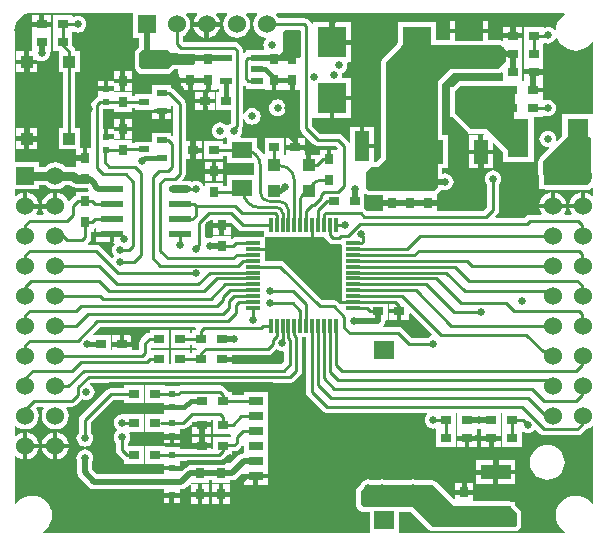
<source format=gbl>
%FSLAX25Y25*%
%MOIN*%
G70*
G01*
G75*
G04 Layer_Physical_Order=4*
G04 Layer_Color=16711680*
%ADD10R,0.02000X0.02500*%
%ADD11R,0.02500X0.02000*%
%ADD12R,0.02200X0.03300*%
%ADD13R,0.03500X0.03000*%
%ADD14R,0.03000X0.03500*%
%ADD15R,0.02362X0.02756*%
%ADD16R,0.01575X0.03937*%
%ADD17R,0.07874X0.03937*%
%ADD18R,0.11811X0.04213*%
%ADD19R,0.08661X0.04134*%
%ADD20R,0.04331X0.03937*%
%ADD21R,0.03937X0.04331*%
%ADD22R,0.04134X0.08661*%
%ADD23R,0.37008X0.27559*%
%ADD24O,0.02362X0.07087*%
%ADD25O,0.07087X0.02362*%
%ADD26R,0.01969X0.02362*%
%ADD27C,0.01200*%
%ADD28C,0.01000*%
%ADD29C,0.02000*%
%ADD30C,0.00600*%
%ADD31C,0.01500*%
%ADD32C,0.01300*%
%ADD33C,0.04000*%
%ADD34C,0.06000*%
%ADD35R,0.06000X0.06000*%
%ADD36R,0.06000X0.06000*%
%ADD37C,0.02500*%
%ADD38C,0.03000*%
%ADD39O,0.07600X0.02400*%
%ADD40R,0.07600X0.02400*%
%ADD41R,0.04724X0.01181*%
%ADD42R,0.01181X0.04724*%
%ADD43R,0.03937X0.02362*%
%ADD44R,0.03937X0.03937*%
%ADD45R,0.09449X0.10236*%
%ADD46R,0.07087X0.12992*%
%ADD47R,0.03937X0.03937*%
%ADD48R,0.03937X0.03937*%
%ADD49R,0.04921X0.07874*%
%ADD50R,0.09449X0.07087*%
%ADD51R,0.09843X0.04724*%
%ADD52R,0.04724X0.09843*%
%ADD53R,0.07087X0.05512*%
%ADD54R,0.02362X0.01969*%
%ADD55R,0.03300X0.02200*%
%ADD56R,0.05118X0.03150*%
%ADD57R,0.06693X0.05906*%
%ADD58C,0.01100*%
%ADD59C,0.07000*%
G36*
X20266Y117955D02*
X20893Y117474D01*
X21622Y117172D01*
X22406Y117069D01*
X22437D01*
Y116844D01*
X26401D01*
X26445Y116624D01*
X26735Y116191D01*
X26499Y115750D01*
X22500D01*
Y114440D01*
X22220Y114384D01*
X21558Y113942D01*
X20175Y112559D01*
X19685Y112656D01*
X19431Y113269D01*
X18709Y114209D01*
X17769Y114931D01*
X16675Y115384D01*
X16250Y115440D01*
Y110999D01*
X15501D01*
Y110250D01*
X11060D01*
X11116Y109825D01*
X11569Y108731D01*
X11756Y108488D01*
X11535Y108039D01*
X9465D01*
X9244Y108488D01*
X9431Y108731D01*
X9884Y109825D01*
X9940Y110250D01*
X5499D01*
Y110999D01*
X4750D01*
Y115440D01*
X4325Y115384D01*
X3231Y114931D01*
X2386Y114282D01*
X1937Y114504D01*
Y116500D01*
X10000D01*
Y117974D01*
X12150D01*
X12291Y117791D01*
X13231Y117069D01*
X14325Y116616D01*
X15500Y116461D01*
X16675Y116616D01*
X17769Y117069D01*
X18709Y117791D01*
X18850Y117974D01*
X20247D01*
X20266Y117955D01*
D02*
G37*
G36*
X194200Y133300D02*
Y119200D01*
X192800Y117800D01*
X179600D01*
X178300Y119100D01*
X178100Y123900D01*
Y125800D01*
X186100Y133800D01*
X193700D01*
X194200Y133300D01*
D02*
G37*
G36*
X119119Y114919D02*
X119615Y114587D01*
X120200Y114471D01*
X124843D01*
Y112750D01*
X127843D01*
Y111250D01*
X124843D01*
Y109339D01*
X119387D01*
X118784Y109942D01*
X118593Y110070D01*
Y114791D01*
X119054Y114983D01*
X119119Y114919D01*
D02*
G37*
G36*
X165700Y163000D02*
Y159200D01*
X163500Y157000D01*
X163200Y156700D01*
X147400D01*
X143500Y152800D01*
X143000Y152300D01*
Y117200D01*
X141800Y116000D01*
X120200D01*
X119200Y117000D01*
Y117200D01*
Y122400D01*
X119500Y122700D01*
X120900Y124100D01*
X123200D01*
X125700Y126600D01*
Y159100D01*
X130600Y164000D01*
X131200Y164600D01*
X164100D01*
X165700Y163000D01*
D02*
G37*
G36*
X54898Y144155D02*
Y134622D01*
X54516Y134418D01*
X54087Y134675D01*
Y135400D01*
X47787D01*
Y132400D01*
X41987D01*
Y131839D01*
X40937D01*
Y132844D01*
X35118D01*
Y133288D01*
X32436D01*
Y134037D01*
X31687D01*
Y136522D01*
X31476D01*
Y143110D01*
X34937D01*
Y142344D01*
X40937D01*
Y143555D01*
X41987D01*
Y142994D01*
X47787D01*
Y142994D01*
X48287D01*
Y143344D01*
X54087D01*
Y144313D01*
X54549Y144504D01*
X54898Y144155D01*
D02*
G37*
G36*
X95250Y149750D02*
X97144D01*
Y136817D01*
X97299Y136036D01*
X97742Y135375D01*
X101557Y131559D01*
X102219Y131117D01*
X102999Y130962D01*
X108879D01*
X109629Y130212D01*
X109437Y129750D01*
X107592D01*
Y126499D01*
X106093D01*
Y129750D01*
X103842D01*
Y127926D01*
X103423D01*
Y127926D01*
X100704D01*
Y124457D01*
X99204D01*
Y127926D01*
X98787D01*
Y129750D01*
X92287D01*
Y127926D01*
X92005D01*
Y127926D01*
X91787Y127926D01*
Y133500D01*
X85287D01*
Y128322D01*
X84802Y128200D01*
X84691Y128408D01*
X83816Y129474D01*
X82886Y130237D01*
Y133756D01*
X77310D01*
X77088Y134204D01*
X77402Y134613D01*
X77679Y135282D01*
X77774Y136000D01*
X77713Y136463D01*
X77884Y136720D01*
X78039Y137500D01*
Y139963D01*
X78530Y140061D01*
X78798Y139413D01*
X79239Y138839D01*
X79813Y138398D01*
X80482Y138121D01*
X81200Y138026D01*
X81918Y138121D01*
X82587Y138398D01*
X83161Y138839D01*
X83602Y139413D01*
X83879Y140082D01*
X83974Y140800D01*
X83879Y141518D01*
X83602Y142187D01*
X83161Y142761D01*
X82587Y143202D01*
X81918Y143479D01*
X81200Y143574D01*
X80482Y143479D01*
X79813Y143202D01*
X79239Y142761D01*
X78798Y142187D01*
X78530Y141539D01*
X78039Y141637D01*
Y150961D01*
X78480Y151196D01*
X78695Y151053D01*
X78960Y150876D01*
X79150Y150838D01*
Y150079D01*
X85500D01*
Y149750D01*
X87750D01*
Y153001D01*
X89250D01*
Y149750D01*
X93750D01*
Y153001D01*
X95250D01*
Y149750D01*
D02*
G37*
G36*
X168400Y149300D02*
Y145600D01*
Y129900D01*
X168938Y129362D01*
X168747Y128900D01*
X167000D01*
X164100Y131800D01*
X159400Y136500D01*
X154100D01*
X152700Y137900D01*
X148800Y141800D01*
Y149300D01*
X150500Y151000D01*
X166700D01*
X168400Y149300D01*
D02*
G37*
G36*
X7874Y175228D02*
X41500D01*
Y167000D01*
X43451D01*
Y164103D01*
X43419Y164081D01*
X42419Y163081D01*
X42087Y162585D01*
X41971Y162000D01*
Y157500D01*
X42087Y156915D01*
X42419Y156419D01*
X43419Y155419D01*
X43915Y155087D01*
X44500Y154971D01*
X53000D01*
X53585Y155087D01*
X54081Y155419D01*
X55133Y156471D01*
X56327D01*
X56426Y155463D01*
X56758Y154370D01*
X57297Y153362D01*
X57500Y153114D01*
Y153114D01*
X58021Y152479D01*
X58300Y152250D01*
X57500D01*
Y149750D01*
X59750D01*
Y151302D01*
X59912Y151215D01*
X61006Y150884D01*
X61250Y150860D01*
Y149750D01*
X65750D01*
Y152057D01*
X66264Y152479D01*
X66692Y153001D01*
X67250D01*
Y149750D01*
X69500D01*
Y150079D01*
X70206D01*
Y149000D01*
X69250D01*
Y143000D01*
X73961D01*
Y138546D01*
X73613Y138402D01*
X73039Y137961D01*
X73000Y137911D01*
X72500D01*
X72461Y137961D01*
X71887Y138402D01*
X71218Y138679D01*
X70500Y138774D01*
X69782Y138679D01*
X69113Y138402D01*
X68539Y137961D01*
X68098Y137387D01*
X67821Y136718D01*
X67726Y136000D01*
X67821Y135282D01*
X68098Y134613D01*
X68539Y134039D01*
X69113Y133598D01*
X69782Y133321D01*
X70500Y133226D01*
X71218Y133321D01*
X71887Y133598D01*
X72351Y133954D01*
X72799Y133733D01*
Y131539D01*
X71592D01*
Y132500D01*
X65092D01*
Y126500D01*
X71592D01*
Y127461D01*
X72799D01*
Y125244D01*
X81720D01*
X81812Y124544D01*
X81803Y124500D01*
Y121158D01*
X72799D01*
Y117539D01*
X71500D01*
Y118750D01*
X65500D01*
Y117725D01*
X65010Y117627D01*
X64902Y117887D01*
X64461Y118461D01*
X63887Y118902D01*
X63218Y119179D01*
X62500Y119274D01*
X61782Y119179D01*
X61113Y118902D01*
X61009Y118822D01*
X60962Y118858D01*
X60305Y119131D01*
X59600Y119223D01*
X58103D01*
X57912Y119685D01*
X58379Y120153D01*
X58821Y120814D01*
X58976Y121595D01*
Y126500D01*
X60593D01*
Y129499D01*
Y132500D01*
X58976D01*
Y145000D01*
X58821Y145780D01*
X58379Y146442D01*
X54784Y150036D01*
X54123Y150478D01*
X54087Y150486D01*
Y151195D01*
X47787D01*
Y148195D01*
X41987D01*
Y147634D01*
X40937D01*
Y148845D01*
X35118D01*
Y149288D01*
X29756D01*
Y147554D01*
Y147498D01*
X29657Y147478D01*
X28995Y147036D01*
X27995Y146036D01*
X27553Y145375D01*
X27398Y144595D01*
Y130344D01*
X26187D01*
Y127094D01*
X25438D01*
Y126345D01*
X22437D01*
Y124282D01*
X22061Y123952D01*
X21500Y124026D01*
X18850D01*
X18709Y124209D01*
X17769Y124931D01*
X16675Y125384D01*
X15500Y125539D01*
X14325Y125384D01*
X13231Y124931D01*
X12291Y124209D01*
X12150Y124026D01*
X10000D01*
Y125500D01*
X1937D01*
Y169291D01*
X1927Y169345D01*
X2036Y170453D01*
X2375Y171569D01*
X2925Y172599D01*
X3665Y173501D01*
X4567Y174241D01*
X5596Y174791D01*
X6713Y175130D01*
X7821Y175239D01*
X7874Y175228D01*
D02*
G37*
G36*
X89240Y63332D02*
X89815Y62891D01*
X90484Y62614D01*
X91202Y62519D01*
X91485Y62557D01*
X91861Y62227D01*
Y59245D01*
X90755Y58139D01*
X74450D01*
Y59250D01*
X71199D01*
Y60750D01*
X74450D01*
Y61261D01*
X86300D01*
X87080Y61416D01*
X87742Y61858D01*
Y61858D01*
X87742D01*
Y61858D01*
Y61858D01*
Y61858D01*
X87742D01*
X89217Y63333D01*
X89240Y63332D01*
D02*
G37*
G36*
X126892Y76691D02*
X130143D01*
Y75942D01*
X130893D01*
Y72941D01*
X133393D01*
Y75070D01*
X133854Y75262D01*
X140957Y68159D01*
X140796Y67686D01*
X140778Y67683D01*
X140109Y67406D01*
X139636Y67043D01*
X134341D01*
X131342Y70042D01*
X130680Y70484D01*
X129900Y70639D01*
X125099D01*
X124908Y71101D01*
X124945Y71139D01*
X125497Y71965D01*
X125691Y72941D01*
X126392D01*
Y78839D01*
X126892D01*
Y76691D01*
D02*
G37*
G36*
X147343Y12000D02*
X148343Y11000D01*
X166842D01*
X169343Y8500D01*
Y4500D01*
X168842Y4000D01*
X141342D01*
X135843Y9500D01*
X134843Y10500D01*
X118342D01*
X117342Y11500D01*
Y15000D01*
Y16000D01*
X119343Y18000D01*
X141342D01*
X147343Y12000D01*
D02*
G37*
G36*
X99083Y48913D02*
X99083Y48913D01*
X99083D01*
X99238Y48133D01*
X99680Y47471D01*
X104589Y42562D01*
X105251Y42120D01*
X106031Y41965D01*
X106031Y41965D01*
X139413D01*
X139574Y41491D01*
X139535Y41461D01*
X139094Y40887D01*
X138817Y40218D01*
X138722Y39500D01*
X138817Y38782D01*
X139094Y38113D01*
X139535Y37539D01*
X140109Y37098D01*
X140778Y36821D01*
X141496Y36726D01*
X142174Y36816D01*
X142550Y36486D01*
Y30500D01*
X149050D01*
Y36500D01*
Y41965D01*
X149550D01*
Y36500D01*
Y34250D01*
X156050D01*
Y36446D01*
X156426Y36775D01*
X156800Y36726D01*
X157174Y36775D01*
X157550Y36446D01*
Y34250D01*
X164050D01*
Y36500D01*
Y41965D01*
X164550D01*
Y36500D01*
Y30500D01*
X171050D01*
Y35466D01*
X171498Y35687D01*
X171609Y35602D01*
X172278Y35325D01*
X172996Y35230D01*
X173714Y35325D01*
X174383Y35602D01*
X174957Y36043D01*
X175211Y36373D01*
X175710Y36406D01*
X177054Y35062D01*
X177054Y35062D01*
X177054D01*
X177054Y35062D01*
X177054D01*
X177054Y35062D01*
X177054D01*
Y35062D01*
X177716Y34620D01*
X178496Y34465D01*
X189496D01*
X190276Y34620D01*
X190938Y35062D01*
X192442Y36566D01*
X192470Y36609D01*
X192525Y36616D01*
X193620Y37069D01*
X194465Y37718D01*
X194913Y37496D01*
Y11637D01*
X194428Y11515D01*
X194428Y11516D01*
X193612Y12510D01*
X192619Y13325D01*
X191485Y13931D01*
X190255Y14304D01*
X188976Y14430D01*
X187697Y14304D01*
X186468Y13931D01*
X185334Y13325D01*
X184341Y12510D01*
X183525Y11516D01*
X182919Y10383D01*
X182546Y9153D01*
X182420Y7874D01*
X182546Y6595D01*
X182919Y5365D01*
X183525Y4232D01*
X184341Y3238D01*
X185334Y2423D01*
X185335Y2422D01*
X185214Y1937D01*
X130102D01*
Y8971D01*
X134209D01*
X134761Y8419D01*
X134761Y8419D01*
X140261Y2919D01*
X140757Y2587D01*
X141342Y2471D01*
X168842D01*
X169428Y2587D01*
X169924Y2919D01*
X170424Y3419D01*
X170756Y3915D01*
X170872Y4500D01*
Y8500D01*
X170775Y8988D01*
X170756Y9085D01*
X170424Y9581D01*
X168764Y11242D01*
Y12362D01*
X167504D01*
X167428Y12413D01*
X166842Y12529D01*
X154842D01*
Y14750D01*
X148843D01*
Y13316D01*
X148381Y13125D01*
X142424Y19081D01*
X141928Y19413D01*
X141342Y19529D01*
X135922D01*
X135560Y19679D01*
X134843Y19774D01*
X134125Y19679D01*
X133763Y19529D01*
X125422D01*
X125060Y19679D01*
X124343Y19774D01*
X123625Y19679D01*
X123263Y19529D01*
X120922D01*
X120560Y19679D01*
X119843Y19774D01*
X119125Y19679D01*
X118456Y19402D01*
X117881Y18961D01*
X117440Y18387D01*
X117351Y18172D01*
X116261Y17081D01*
X115929Y16585D01*
X115813Y16000D01*
Y15000D01*
Y11500D01*
X115929Y10915D01*
X116261Y10419D01*
X117261Y9419D01*
X117757Y9087D01*
X118342Y8971D01*
X120410D01*
Y1937D01*
X11637D01*
X11515Y2422D01*
X11516Y2423D01*
X12510Y3238D01*
X13325Y4232D01*
X13931Y5365D01*
X14304Y6595D01*
X14430Y7874D01*
X14304Y9153D01*
X13931Y10383D01*
X13325Y11516D01*
X12510Y12510D01*
X11516Y13325D01*
X10383Y13931D01*
X9153Y14304D01*
X7874Y14430D01*
X6595Y14304D01*
X5365Y13931D01*
X4232Y13325D01*
X3238Y12510D01*
X2423Y11516D01*
X2422Y11515D01*
X1937Y11637D01*
Y27496D01*
X2386Y27718D01*
X3231Y27069D01*
X4325Y26616D01*
X4750Y26560D01*
Y30999D01*
Y35440D01*
X4325Y35384D01*
X3231Y34931D01*
X2386Y34282D01*
X1937Y34504D01*
Y37496D01*
X2386Y37718D01*
X3231Y37069D01*
X4325Y36616D01*
X5500Y36461D01*
X6675Y36616D01*
X7769Y37069D01*
X8709Y37791D01*
X9431Y38731D01*
X9884Y39825D01*
X10039Y41000D01*
X9884Y42175D01*
X9431Y43269D01*
X9093Y43709D01*
X9345Y43961D01*
X11535D01*
X11756Y43512D01*
X11569Y43269D01*
X11116Y42175D01*
X10961Y41000D01*
X11116Y39825D01*
X11569Y38731D01*
X12291Y37791D01*
X13231Y37069D01*
X14325Y36616D01*
X15500Y36461D01*
X16675Y36616D01*
X17769Y37069D01*
X18709Y37791D01*
X19431Y38731D01*
X19884Y39825D01*
X20039Y41000D01*
X19884Y42175D01*
X19431Y43269D01*
X19244Y43512D01*
X19466Y43961D01*
X21000D01*
X21780Y44116D01*
X22442Y44558D01*
X24465Y46581D01*
X24472Y46591D01*
X25125Y46321D01*
X25842Y46226D01*
X26560Y46321D01*
X27229Y46598D01*
X27804Y47039D01*
X28245Y47613D01*
X28522Y48282D01*
X28616Y49000D01*
X28522Y49718D01*
X28245Y50387D01*
X27804Y50961D01*
X27229Y51402D01*
X27156Y51772D01*
X27445Y52061D01*
X93900D01*
X94680Y52216D01*
X95342Y52658D01*
Y52658D01*
X95342D01*
Y52658D01*
Y52658D01*
Y52658D01*
X95342D01*
X97242Y54558D01*
X97684Y55220D01*
X97839Y56000D01*
X97839Y56000D01*
Y67173D01*
X99083D01*
Y48913D01*
D02*
G37*
G36*
X29030Y103524D02*
X29200Y103269D01*
Y102250D01*
X34501D01*
Y101501D01*
X35250D01*
Y98800D01*
X34909D01*
X35271Y98327D01*
X34830Y97753D01*
X34553Y97084D01*
X34459Y96366D01*
X34553Y95648D01*
X34830Y94979D01*
X35271Y94405D01*
Y94390D01*
X34830Y93816D01*
X34779Y93693D01*
X34289Y93595D01*
X30442Y97442D01*
X29780Y97884D01*
X29000Y98039D01*
X26576D01*
X26385Y98501D01*
X26942Y99058D01*
X27384Y99720D01*
X27539Y100500D01*
X27539D01*
Y100500D01*
X27539D01*
Y100500D01*
Y100500D01*
X27539D01*
X27539Y100500D01*
Y102250D01*
X28500D01*
Y103321D01*
X28929Y103578D01*
X29030Y103524D01*
D02*
G37*
G36*
X67937Y106200D02*
Y105344D01*
X73937D01*
Y105057D01*
X74399Y105249D01*
X76590Y103058D01*
X76590Y103058D01*
X76590D01*
X76590Y103058D01*
X76590D01*
X76590Y103058D01*
X76590D01*
Y103058D01*
X77251Y102616D01*
X78031Y102461D01*
X85252D01*
Y100685D01*
X77575D01*
Y100685D01*
X75906D01*
X75106Y100525D01*
X74427Y100073D01*
X74427Y100072D01*
X74399Y100044D01*
X73937Y100235D01*
Y100845D01*
X67937D01*
Y100616D01*
X67561Y100286D01*
X66937Y100368D01*
X66219Y100274D01*
X65955Y100164D01*
X65539Y100442D01*
Y104455D01*
X67475Y106391D01*
X67937Y106200D01*
D02*
G37*
G36*
X62339Y70114D02*
X62316Y70080D01*
X62240Y69700D01*
X60950D01*
Y68739D01*
X60450D01*
Y69700D01*
X53950D01*
Y63700D01*
X60450D01*
Y64661D01*
X60950D01*
Y63700D01*
X62467D01*
X62612Y63429D01*
X62355Y63000D01*
X60950D01*
Y62039D01*
X60450D01*
Y63000D01*
X53950D01*
Y58139D01*
X53450D01*
Y63000D01*
X47539D01*
Y63700D01*
X53450D01*
Y69700D01*
X46950D01*
Y68729D01*
X46220Y68584D01*
X45558Y68142D01*
X44058Y66642D01*
X43616Y65980D01*
X43461Y65200D01*
Y63039D01*
X40950D01*
Y64050D01*
X34450D01*
Y63039D01*
X33950D01*
Y67800D01*
X28337D01*
X28146Y68262D01*
X30439Y70555D01*
X62103D01*
X62339Y70114D01*
D02*
G37*
G36*
X105144Y100535D02*
X105586Y99873D01*
X106601Y98858D01*
X107262Y98416D01*
X108043Y98261D01*
X110143D01*
X110653Y98362D01*
X111039Y98045D01*
Y94535D01*
Y92811D01*
Y88630D01*
Y84693D01*
Y82968D01*
Y78787D01*
Y78492D01*
X110577Y78301D01*
X109932Y78946D01*
X109271Y79388D01*
X108491Y79543D01*
X104445D01*
X91825Y92162D01*
X91164Y92605D01*
X90383Y92760D01*
X85299D01*
Y92811D01*
Y94535D01*
Y96504D01*
Y100638D01*
X105123D01*
X105144Y100535D01*
D02*
G37*
G36*
X97500Y169000D02*
Y161000D01*
X96740Y160240D01*
X91000D01*
X90500Y160740D01*
Y161500D01*
X91500Y162500D01*
Y168500D01*
Y169000D01*
X92000Y169500D01*
X97000D01*
X97500Y169000D01*
D02*
G37*
G36*
X185214Y175228D02*
X185335Y174743D01*
X185334Y174742D01*
X184341Y173927D01*
X183525Y172934D01*
X182919Y171800D01*
X182546Y170570D01*
X182452Y169609D01*
X181971Y169472D01*
X181698Y169827D01*
X181124Y170268D01*
X180455Y170545D01*
X179737Y170640D01*
X179019Y170545D01*
X178666Y170399D01*
X178250Y170677D01*
Y170700D01*
X171750D01*
Y164700D01*
Y158700D01*
Y156450D01*
X178250D01*
Y158700D01*
Y164700D01*
Y165056D01*
X178666Y165333D01*
X179019Y165187D01*
X179737Y165093D01*
X180455Y165187D01*
X181124Y165464D01*
X181698Y165905D01*
X182139Y166479D01*
X182359Y167009D01*
X182858Y166985D01*
X182919Y166782D01*
X183525Y165649D01*
X184341Y164656D01*
X185334Y163840D01*
X186468Y163234D01*
X187697Y162861D01*
X188976Y162735D01*
X190255Y162861D01*
X191485Y163234D01*
X192619Y163840D01*
X193612Y164656D01*
X194428Y165649D01*
X194428Y165650D01*
X194913Y165529D01*
Y141696D01*
X194643D01*
Y141696D01*
X184557D01*
Y134420D01*
X182878Y132740D01*
X182429Y132962D01*
X182474Y133300D01*
X182379Y134018D01*
X182102Y134687D01*
X181661Y135261D01*
X181087Y135702D01*
X180418Y135979D01*
X179700Y136074D01*
X178982Y135979D01*
X178313Y135702D01*
X177739Y135261D01*
X177298Y134687D01*
X177021Y134018D01*
X176926Y133300D01*
X177021Y132582D01*
X177298Y131913D01*
X177739Y131339D01*
X178313Y130898D01*
X178982Y130621D01*
X179700Y130526D01*
X180038Y130571D01*
X180260Y130122D01*
X177019Y126881D01*
X176687Y126385D01*
X176571Y125800D01*
Y123900D01*
X176577Y123868D01*
X176572Y123836D01*
X176772Y119036D01*
X176835Y118777D01*
X176850Y118699D01*
Y116500D01*
X178846D01*
X179015Y116387D01*
X179600Y116271D01*
X192800D01*
X193385Y116387D01*
X193881Y116719D01*
X194451Y117288D01*
X194913Y117097D01*
Y114504D01*
X194465Y114282D01*
X193620Y114931D01*
X192525Y115384D01*
X192100Y115440D01*
Y110999D01*
X191351D01*
Y110250D01*
X186910D01*
X186966Y109825D01*
X187420Y108731D01*
X187606Y108488D01*
X187385Y108039D01*
X185316D01*
X185095Y108488D01*
X185281Y108731D01*
X185735Y109825D01*
X185791Y110250D01*
X176910D01*
X176966Y109825D01*
X177420Y108731D01*
X177606Y108488D01*
X177385Y108039D01*
X173900D01*
X173120Y107884D01*
X172458Y107442D01*
X172055Y107039D01*
X162276D01*
X162085Y107501D01*
X162842Y108258D01*
X163284Y108920D01*
X163439Y109700D01*
Y118140D01*
X163802Y118613D01*
X164079Y119282D01*
X164174Y120000D01*
X164079Y120718D01*
X163802Y121387D01*
X163361Y121961D01*
X162787Y122402D01*
X162118Y122679D01*
X161400Y122774D01*
X160682Y122679D01*
X160013Y122402D01*
X159439Y121961D01*
X158998Y121387D01*
X158721Y120718D01*
X158626Y120000D01*
X158721Y119282D01*
X158998Y118613D01*
X159361Y118140D01*
Y110545D01*
X158155Y109339D01*
X142842D01*
Y111250D01*
X139841D01*
Y112750D01*
X142842D01*
Y114893D01*
X142881Y114919D01*
X144081Y116119D01*
X144304Y116451D01*
X144468D01*
X144782Y116321D01*
X145500Y116226D01*
X146218Y116321D01*
X146887Y116598D01*
X147461Y117039D01*
X147902Y117613D01*
X148179Y118282D01*
X148274Y119000D01*
X148179Y119718D01*
X147902Y120387D01*
X147461Y120961D01*
X146887Y121402D01*
X146218Y121679D01*
X145500Y121774D01*
X144905Y121695D01*
X144529Y122025D01*
Y123563D01*
X146521D01*
Y134437D01*
X144529D01*
Y151666D01*
X144581Y151719D01*
X148033Y155171D01*
X163200D01*
X163688Y155268D01*
X163785Y155287D01*
X164281Y155619D01*
X164288Y155625D01*
X164750Y155434D01*
Y152954D01*
X164750Y152954D01*
X164750D01*
X164750Y152700D01*
X164650Y152600D01*
X164650D01*
Y152529D01*
X150500D01*
X149915Y152413D01*
X149419Y152081D01*
X148069Y150732D01*
X147218D01*
Y140646D01*
X147791D01*
X151619Y136819D01*
X153019Y135419D01*
X153515Y135087D01*
X154100Y134971D01*
X158418D01*
X158696Y134555D01*
X158647Y134437D01*
X158074D01*
Y129750D01*
X161285D01*
Y131799D01*
X161747Y131990D01*
X163019Y130719D01*
X164872Y128865D01*
Y125704D01*
X174958D01*
Y140600D01*
X178150D01*
Y140774D01*
X178566Y141052D01*
X178882Y140921D01*
X179600Y140826D01*
X180318Y140921D01*
X180987Y141198D01*
X181561Y141639D01*
X182002Y142213D01*
X182279Y142882D01*
X182374Y143600D01*
X182279Y144318D01*
X182002Y144987D01*
X181561Y145561D01*
X180987Y146002D01*
X180318Y146279D01*
X179600Y146374D01*
X178882Y146279D01*
X178566Y146148D01*
X178150Y146426D01*
Y146600D01*
Y148850D01*
X174899D01*
Y150350D01*
X178150D01*
Y152346D01*
X178150Y152346D01*
Y152600D01*
X178250Y152700D01*
X178250Y152954D01*
X178250D01*
Y152954D01*
X178250D01*
Y154950D01*
X171750D01*
Y152954D01*
X171750Y152954D01*
X171750D01*
X171750Y152700D01*
X171650Y152600D01*
X171250Y152700D01*
X171250Y152954D01*
X171250D01*
Y152954D01*
X171250D01*
Y158700D01*
Y164700D01*
Y166950D01*
X164750D01*
Y166394D01*
X164364Y166077D01*
X164100Y166129D01*
X159667D01*
Y168561D01*
X147218D01*
Y166129D01*
X142340D01*
Y172118D01*
X129891D01*
Y165454D01*
X129519Y165081D01*
X124619Y160181D01*
X124287Y159685D01*
X124171Y159100D01*
Y127234D01*
X122566Y125629D01*
X121625D01*
Y130250D01*
X117762D01*
Y130999D01*
X117013D01*
Y137421D01*
X113901D01*
Y132204D01*
X113422Y132059D01*
X113166Y132442D01*
Y132442D01*
X113166D01*
X113166Y132442D01*
X113166Y132442D01*
X113166D01*
Y132442D01*
X111165Y134443D01*
X110504Y134885D01*
X109723Y135040D01*
X103844D01*
X101223Y137661D01*
Y140382D01*
X101545D01*
Y140382D01*
X107019D01*
Y147001D01*
X107768D01*
Y147750D01*
X113994D01*
Y153618D01*
X111347D01*
X111018Y153994D01*
X111111Y154700D01*
X111043Y155214D01*
X111487Y155398D01*
X112061Y155839D01*
X112502Y156413D01*
X112779Y157082D01*
X112874Y157800D01*
X112779Y158518D01*
X113022Y158882D01*
X113994D01*
Y164750D01*
X107768D01*
Y165499D01*
X107019D01*
Y172118D01*
X101545D01*
Y171744D01*
X101066Y171598D01*
X100625Y172258D01*
X99942Y172942D01*
X99280Y173384D01*
X98500Y173539D01*
X90026D01*
X89931Y173769D01*
X89209Y174709D01*
X89151Y174755D01*
X89311Y175228D01*
X185214Y175228D01*
D02*
G37*
G36*
X54000Y162000D02*
X56195D01*
X56620Y161716D01*
X57400Y161561D01*
X61939D01*
X62000Y161500D01*
Y158500D01*
X61500Y158000D01*
X54500D01*
X53000Y156500D01*
X44500D01*
X43500Y157500D01*
Y162000D01*
X44500Y163000D01*
X53000D01*
X54000Y162000D01*
D02*
G37*
G36*
X82850Y174755D02*
X82791Y174709D01*
X82069Y173769D01*
X81616Y172675D01*
X81461Y171500D01*
X81616Y170325D01*
X82069Y169231D01*
X82791Y168291D01*
X83731Y167569D01*
X84825Y167116D01*
X85636Y167009D01*
X85765Y166526D01*
X85681Y166461D01*
X85240Y165887D01*
X84963Y165218D01*
X84869Y164500D01*
X84963Y163782D01*
X85148Y163337D01*
X84870Y162921D01*
X79150D01*
Y162290D01*
X79120Y162284D01*
X78480Y161857D01*
X78039Y162092D01*
Y162800D01*
X77884Y163580D01*
X77442Y164242D01*
X76642Y165042D01*
X75980Y165484D01*
X75200Y165639D01*
X58245D01*
X58039Y165845D01*
Y167474D01*
X58269Y167569D01*
X59209Y168291D01*
X59931Y169231D01*
X60384Y170325D01*
X60539Y171500D01*
X60384Y172675D01*
X59931Y173769D01*
X59209Y174709D01*
X59150Y174755D01*
X59311Y175228D01*
X62689D01*
X62849Y174755D01*
X62791Y174709D01*
X62069Y173769D01*
X61616Y172675D01*
X61560Y172250D01*
X70440D01*
X70384Y172675D01*
X69931Y173769D01*
X69209Y174709D01*
X69151Y174755D01*
X69311Y175228D01*
X72689D01*
X72850Y174755D01*
X72791Y174709D01*
X72069Y173769D01*
X71616Y172675D01*
X71461Y171500D01*
X71616Y170325D01*
X72069Y169231D01*
X72791Y168291D01*
X73731Y167569D01*
X74825Y167116D01*
X76000Y166961D01*
X77175Y167116D01*
X78269Y167569D01*
X79209Y168291D01*
X79931Y169231D01*
X80384Y170325D01*
X80539Y171500D01*
X80384Y172675D01*
X79931Y173769D01*
X79209Y174709D01*
X79150Y174755D01*
X79311Y175228D01*
X82689D01*
X82850Y174755D01*
D02*
G37*
%LPC*%
G36*
X63592Y34100D02*
X61093D01*
Y31850D01*
X63592D01*
Y34100D01*
D02*
G37*
G36*
X57124Y33555D02*
X55193D01*
Y31820D01*
X57124D01*
Y33555D01*
D02*
G37*
G36*
X67593Y34100D02*
X65092D01*
Y31850D01*
X67593D01*
Y34100D01*
D02*
G37*
G36*
X63592Y37350D02*
X61093D01*
Y35100D01*
X63592D01*
Y37350D01*
D02*
G37*
G36*
X6250Y35440D02*
Y31750D01*
X9940D01*
X9884Y32175D01*
X9431Y33269D01*
X8709Y34209D01*
X7769Y34931D01*
X6675Y35384D01*
X6250Y35440D01*
D02*
G37*
G36*
X164050Y32750D02*
X161550D01*
Y30500D01*
X164050D01*
Y32750D01*
D02*
G37*
G36*
X160050D02*
X157550D01*
Y30500D01*
X160050D01*
Y32750D01*
D02*
G37*
G36*
X53693Y33555D02*
X51761D01*
Y31820D01*
X53693D01*
Y33555D01*
D02*
G37*
G36*
X16250Y35440D02*
Y31750D01*
X19940D01*
X19884Y32175D01*
X19431Y33269D01*
X18709Y34209D01*
X17769Y34931D01*
X16675Y35384D01*
X16250Y35440D01*
D02*
G37*
G36*
X14750D02*
X14325Y35384D01*
X13231Y34931D01*
X12291Y34209D01*
X11569Y33269D01*
X11116Y32175D01*
X11060Y31750D01*
X14750D01*
Y35440D01*
D02*
G37*
G36*
X67593Y37350D02*
X65092D01*
Y35100D01*
X67593D01*
Y37350D01*
D02*
G37*
G36*
X129393Y75191D02*
X126892D01*
Y72941D01*
X129393D01*
Y75191D01*
D02*
G37*
G36*
X152692Y174354D02*
X147218D01*
Y170061D01*
X152692D01*
Y174354D01*
D02*
G37*
G36*
X21250Y174500D02*
X14750D01*
Y168500D01*
Y162500D01*
X16705D01*
Y162469D01*
X16705D01*
Y155532D01*
X18134D01*
Y136878D01*
X16705D01*
Y129941D01*
X22437D01*
Y127845D01*
X24687D01*
Y130344D01*
X23642D01*
Y136878D01*
X22212D01*
Y155532D01*
X23642D01*
Y162469D01*
X22184D01*
X22057Y163107D01*
X21615Y163769D01*
X21250Y164134D01*
Y168500D01*
Y168798D01*
X21666Y169076D01*
X22282Y168821D01*
X23000Y168726D01*
X23718Y168821D01*
X24387Y169098D01*
X24961Y169539D01*
X25402Y170113D01*
X25679Y170782D01*
X25774Y171500D01*
X25679Y172218D01*
X25402Y172887D01*
X24961Y173461D01*
X24387Y173902D01*
X23718Y174179D01*
X23000Y174274D01*
X22282Y174179D01*
X21666Y173924D01*
X21250Y174202D01*
Y174500D01*
D02*
G37*
G36*
X33750Y100750D02*
X29200D01*
Y98800D01*
X33750D01*
Y100750D01*
D02*
G37*
G36*
X171250Y170700D02*
X168750D01*
Y168450D01*
X171250D01*
Y170700D01*
D02*
G37*
G36*
X40950Y67800D02*
X38450D01*
Y65550D01*
X40950D01*
Y67800D01*
D02*
G37*
G36*
X45092Y51200D02*
X38592D01*
Y50239D01*
X34043D01*
X33262Y50084D01*
X32601Y49642D01*
X23901Y40942D01*
X23459Y40280D01*
X23303Y39500D01*
Y35360D01*
X22940Y34887D01*
X22663Y34218D01*
X22569Y33500D01*
X22663Y32782D01*
X22940Y32113D01*
X23381Y31539D01*
X23956Y31098D01*
X24625Y30821D01*
X25343Y30726D01*
X26060Y30821D01*
X26729Y31098D01*
X27304Y31539D01*
X27745Y32113D01*
X28022Y32782D01*
X28116Y33500D01*
X28022Y34218D01*
X27745Y34887D01*
X27382Y35360D01*
Y38655D01*
X34887Y46161D01*
X38592D01*
Y45200D01*
X45092D01*
Y51200D01*
D02*
G37*
G36*
X38592Y41748D02*
X38450Y41427D01*
X37732Y41522D01*
X37014Y41427D01*
X36345Y41150D01*
X35771Y40709D01*
X35330Y40135D01*
X35053Y39466D01*
X34958Y38748D01*
X35053Y38030D01*
X35330Y37361D01*
X35771Y36787D01*
X36106Y36530D01*
Y36030D01*
X35771Y35772D01*
X35330Y35198D01*
X35053Y34529D01*
X34958Y33811D01*
X35053Y33093D01*
X35330Y32424D01*
X35693Y31951D01*
Y29768D01*
X35848Y28987D01*
X36290Y28326D01*
X38058Y26558D01*
X38592Y26201D01*
Y25000D01*
X45092D01*
Y31000D01*
X39771D01*
Y31951D01*
X40134Y32424D01*
X40411Y33093D01*
X40506Y33811D01*
X40411Y34529D01*
X40134Y35198D01*
X40056Y35300D01*
X40277Y35748D01*
X45092D01*
Y41748D01*
X38592D01*
Y41748D01*
D02*
G37*
G36*
X10250Y174500D02*
X7750D01*
Y172250D01*
X10250D01*
Y174500D01*
D02*
G37*
G36*
X36950Y67800D02*
X34450D01*
Y65550D01*
X36950D01*
Y67800D01*
D02*
G37*
G36*
X159667Y174354D02*
X154192D01*
Y170061D01*
X159667D01*
Y174354D01*
D02*
G37*
G36*
X156050Y32750D02*
X153550D01*
Y30500D01*
X156050D01*
Y32750D01*
D02*
G37*
G36*
X70092Y18250D02*
X67843D01*
Y15750D01*
X70092D01*
Y18250D01*
D02*
G37*
G36*
X66843D02*
X64592D01*
Y15750D01*
X66843D01*
Y18250D01*
D02*
G37*
G36*
X57024Y13807D02*
X55093D01*
Y12072D01*
X57024D01*
Y13807D01*
D02*
G37*
G36*
X154842Y18750D02*
X152593D01*
Y16250D01*
X154842D01*
Y18750D01*
D02*
G37*
G36*
X151093D02*
X148843D01*
Y16250D01*
X151093D01*
Y18750D01*
D02*
G37*
G36*
X73843Y18250D02*
X71592D01*
Y15750D01*
X73843D01*
Y18250D01*
D02*
G37*
G36*
X66843Y14250D02*
X64592D01*
Y11750D01*
X66843D01*
Y14250D01*
D02*
G37*
G36*
X63092D02*
X60843D01*
Y11750D01*
X63092D01*
Y14250D01*
D02*
G37*
G36*
X14250Y174500D02*
X11750D01*
Y172250D01*
X14250D01*
Y174500D01*
D02*
G37*
G36*
X53592Y13807D02*
X51661D01*
Y12072D01*
X53592D01*
Y13807D01*
D02*
G37*
G36*
X73843Y14250D02*
X71592D01*
Y11750D01*
X73843D01*
Y14250D01*
D02*
G37*
G36*
X70092D02*
X67843D01*
Y11750D01*
X70092D01*
Y14250D01*
D02*
G37*
G36*
X9940Y30250D02*
X6250D01*
Y26560D01*
X6675Y26616D01*
X7769Y27069D01*
X8709Y27791D01*
X9431Y28731D01*
X9884Y29825D01*
X9940Y30250D01*
D02*
G37*
G36*
X52092Y51200D02*
X45592D01*
Y45200D01*
X51761D01*
Y44607D01*
X54444D01*
Y43107D01*
X51761D01*
Y41748D01*
X45592D01*
Y35748D01*
X51761D01*
Y35055D01*
X57124D01*
Y36264D01*
Y36709D01*
X58248D01*
X59028Y36864D01*
X59690Y37306D01*
Y37306D01*
X59690D01*
D01*
D01*
D01*
D01*
D01*
D01*
X59690D01*
D01*
X59690D01*
Y37306D01*
D01*
D01*
D01*
D01*
Y37306D01*
D01*
D01*
D01*
D01*
D01*
D01*
Y37306D01*
D01*
D01*
X59690D01*
D01*
D01*
D01*
X60631Y38247D01*
X61092Y38055D01*
Y38708D01*
X61234Y38850D01*
X67593D01*
Y39461D01*
X68093D01*
Y35100D01*
X73786D01*
X74103Y34714D01*
X74002Y34209D01*
X73981Y34100D01*
X68093D01*
Y30039D01*
X67593D01*
Y30350D01*
X61093D01*
Y30039D01*
X57124D01*
Y30484D01*
X52092D01*
Y31000D01*
X45592D01*
Y25000D01*
X51761D01*
Y24307D01*
X57124D01*
Y25516D01*
Y25961D01*
X70143D01*
X70923Y26116D01*
X71584Y26558D01*
X72784Y27758D01*
X73013Y28100D01*
X74593D01*
Y29161D01*
X75200D01*
X75980Y29316D01*
X76642Y29758D01*
X77442Y30558D01*
X77805Y31102D01*
X78284Y30956D01*
Y28526D01*
X77425Y28355D01*
X76598Y27802D01*
X73986Y25191D01*
X73843Y25250D01*
Y25250D01*
X73843Y25250D01*
X67843D01*
Y24549D01*
X66843D01*
Y25250D01*
X60843D01*
Y24549D01*
X60500D01*
X59525Y24355D01*
X58698Y23802D01*
X57586Y22690D01*
X57124Y22882D01*
Y22807D01*
X51761D01*
Y21549D01*
X29556D01*
X27891Y23213D01*
Y25968D01*
X28022Y26282D01*
X28116Y27000D01*
X28022Y27718D01*
X27745Y28387D01*
X27304Y28961D01*
X26729Y29402D01*
X26060Y29679D01*
X25343Y29774D01*
X24625Y29679D01*
X23956Y29402D01*
X23381Y28961D01*
X22940Y28387D01*
X22663Y27718D01*
X22569Y27000D01*
X22663Y26282D01*
X22794Y25968D01*
Y22158D01*
X22988Y21182D01*
X23540Y20355D01*
X26698Y17198D01*
X27525Y16645D01*
X28500Y16451D01*
X51661D01*
Y15307D01*
X57024D01*
Y16451D01*
X57500D01*
X58476Y16645D01*
X59302Y17198D01*
X60381Y18276D01*
X60522Y18217D01*
D01*
X60843Y18084D01*
Y15750D01*
X63092D01*
Y18250D01*
X61008D01*
X60875Y18571D01*
D01*
X60817Y18712D01*
X60855Y18750D01*
X66843D01*
Y19451D01*
X67843D01*
Y18750D01*
X73843D01*
Y19451D01*
X74400D01*
X75375Y19645D01*
X76202Y20198D01*
Y20198D01*
X76202D01*
D01*
D01*
D01*
D01*
D01*
D01*
X76202D01*
D01*
X76202D01*
Y20198D01*
D01*
D01*
D01*
D01*
Y20198D01*
D01*
D01*
D01*
D01*
D01*
D01*
Y20198D01*
D01*
D01*
X76202D01*
D01*
D01*
D01*
X77821Y21817D01*
X78283Y21625D01*
Y21750D01*
X86402D01*
Y22925D01*
Y27925D01*
Y32925D01*
Y37925D01*
Y42925D01*
Y49075D01*
X78284D01*
Y48039D01*
X74593D01*
Y49100D01*
X73151D01*
X72884Y49499D01*
X71842Y50542D01*
X71180Y50984D01*
X70400Y51139D01*
X57400D01*
X56620Y50984D01*
X56321Y50784D01*
X52092D01*
Y51200D01*
D02*
G37*
G36*
X168764Y26142D02*
X163093D01*
Y23030D01*
X168764D01*
Y26142D01*
D02*
G37*
G36*
X152050Y32750D02*
X149550D01*
Y30500D01*
X152050D01*
Y32750D01*
D02*
G37*
G36*
X19940Y30250D02*
X16250D01*
Y26560D01*
X16675Y26616D01*
X17769Y27069D01*
X18709Y27791D01*
X19431Y28731D01*
X19884Y29825D01*
X19940Y30250D01*
D02*
G37*
G36*
X14750D02*
X11060D01*
X11116Y29825D01*
X11569Y28731D01*
X12291Y27791D01*
X13231Y27069D01*
X14325Y26616D01*
X14750Y26560D01*
Y30250D01*
D02*
G37*
G36*
X161592Y21530D02*
X155921D01*
Y18417D01*
X161592D01*
Y21530D01*
D02*
G37*
G36*
X86402Y20250D02*
X83092D01*
Y17925D01*
X86402D01*
Y20250D01*
D02*
G37*
G36*
X81593D02*
X78284D01*
Y17925D01*
X81593D01*
Y20250D01*
D02*
G37*
G36*
X161592Y26142D02*
X155921D01*
Y23030D01*
X161592D01*
Y26142D01*
D02*
G37*
G36*
X179500Y31328D02*
X178363Y31216D01*
X177270Y30884D01*
X176262Y30346D01*
X175379Y29621D01*
X174654Y28738D01*
X174116Y27730D01*
X173784Y26637D01*
X173672Y25500D01*
X173784Y24363D01*
X174116Y23270D01*
X174654Y22262D01*
X175379Y21379D01*
X176262Y20654D01*
X177270Y20116D01*
X178363Y19784D01*
X179500Y19672D01*
X180637Y19784D01*
X181730Y20116D01*
X182738Y20654D01*
X183621Y21379D01*
X184346Y22262D01*
X184884Y23270D01*
X185216Y24363D01*
X185328Y25500D01*
X185216Y26637D01*
X184884Y27730D01*
X184346Y28738D01*
X183621Y29621D01*
X182738Y30346D01*
X181730Y30884D01*
X180637Y31216D01*
X179500Y31328D01*
D02*
G37*
G36*
X168764Y21530D02*
X163093D01*
Y18417D01*
X168764D01*
Y21530D01*
D02*
G37*
G36*
X50187Y141844D02*
X47787D01*
Y139995D01*
X50187D01*
Y141844D01*
D02*
G37*
G36*
X40937Y139845D02*
X38687D01*
Y137345D01*
X40937D01*
Y139845D01*
D02*
G37*
G36*
X37187D02*
X34937D01*
Y137345D01*
X37187D01*
Y139845D01*
D02*
G37*
G36*
X89600Y146474D02*
X88882Y146379D01*
X88213Y146102D01*
X87639Y145661D01*
X87198Y145087D01*
X86921Y144418D01*
X86826Y143700D01*
X86921Y142982D01*
X87198Y142313D01*
X87639Y141739D01*
X88213Y141298D01*
X88882Y141021D01*
X89600Y140926D01*
X90318Y141021D01*
X90987Y141298D01*
X91561Y141739D01*
X92002Y142313D01*
X92279Y142982D01*
X92374Y143700D01*
X92279Y144418D01*
X92002Y145087D01*
X91561Y145661D01*
X90987Y146102D01*
X90318Y146379D01*
X89600Y146474D01*
D02*
G37*
G36*
X113994Y146250D02*
X108519D01*
Y140382D01*
X113994D01*
Y146250D01*
D02*
G37*
G36*
X54087Y141844D02*
X51687D01*
Y139995D01*
X54087D01*
Y141844D01*
D02*
G37*
G36*
X34937Y136522D02*
X33187D01*
Y134788D01*
X35118D01*
Y133344D01*
X37187D01*
Y135845D01*
X34937D01*
Y136522D01*
D02*
G37*
G36*
X121625Y137421D02*
X118513D01*
Y131750D01*
X121625D01*
Y137421D01*
D02*
G37*
G36*
X98787Y133500D02*
X96287D01*
Y131250D01*
X98787D01*
Y133500D01*
D02*
G37*
G36*
X9469Y136878D02*
X6750D01*
Y134159D01*
X9469D01*
Y136878D01*
D02*
G37*
G36*
X5250D02*
X2531D01*
Y134159D01*
X5250D01*
Y136878D01*
D02*
G37*
G36*
X40937Y135845D02*
X38687D01*
Y133344D01*
X40937D01*
Y135845D01*
D02*
G37*
G36*
X37187Y155844D02*
X34937D01*
Y153345D01*
X37187D01*
Y155844D01*
D02*
G37*
G36*
X31687Y152522D02*
X29756D01*
Y150788D01*
X31687D01*
Y152522D01*
D02*
G37*
G36*
X40937Y151845D02*
X38687D01*
Y149345D01*
X40937D01*
Y151845D01*
D02*
G37*
G36*
X9469Y158250D02*
X6750D01*
Y155532D01*
X9469D01*
Y158250D01*
D02*
G37*
G36*
X5250D02*
X2531D01*
Y155532D01*
X5250D01*
Y158250D01*
D02*
G37*
G36*
X40937Y155844D02*
X38687D01*
Y153345D01*
X40937D01*
Y155844D01*
D02*
G37*
G36*
X68750Y145250D02*
X66250D01*
Y143000D01*
X68750D01*
Y145250D01*
D02*
G37*
G36*
X64750D02*
X62250D01*
Y143000D01*
X64750D01*
Y145250D01*
D02*
G37*
G36*
X5250Y162469D02*
X2531D01*
Y159750D01*
X5250D01*
Y162469D01*
D02*
G37*
G36*
X34937Y152522D02*
X33187D01*
Y150788D01*
X35118D01*
Y149345D01*
X37187D01*
Y151845D01*
X34937D01*
Y152522D01*
D02*
G37*
G36*
X68750Y149000D02*
X66250D01*
Y146750D01*
X68750D01*
Y149000D01*
D02*
G37*
G36*
X64750D02*
X62250D01*
Y146750D01*
X64750D01*
Y149000D01*
D02*
G37*
G36*
X190600Y115440D02*
X190176Y115384D01*
X189081Y114931D01*
X188141Y114209D01*
X187420Y113269D01*
X186966Y112175D01*
X186910Y111750D01*
X190600D01*
Y115440D01*
D02*
G37*
G36*
X182100D02*
Y111750D01*
X185791D01*
X185735Y112175D01*
X185281Y113269D01*
X184560Y114209D01*
X183620Y114931D01*
X182525Y115384D01*
X182100Y115440D01*
D02*
G37*
G36*
X180600D02*
X180176Y115384D01*
X179081Y114931D01*
X178141Y114209D01*
X177420Y113269D01*
X176966Y112175D01*
X176910Y111750D01*
X180600D01*
Y115440D01*
D02*
G37*
G36*
X67750Y121750D02*
X65500D01*
Y119250D01*
X67750D01*
Y121750D01*
D02*
G37*
G36*
X113994Y172118D02*
X108519D01*
Y166250D01*
X113994D01*
Y172118D01*
D02*
G37*
G36*
X65250Y170750D02*
X61560D01*
X61616Y170325D01*
X62069Y169231D01*
X62791Y168291D01*
X63731Y167569D01*
X64825Y167116D01*
X65250Y167060D01*
Y170750D01*
D02*
G37*
G36*
X73937Y103844D02*
X71687D01*
Y101345D01*
X73937D01*
Y103844D01*
D02*
G37*
G36*
X70187D02*
X67937D01*
Y101345D01*
X70187D01*
Y103844D01*
D02*
G37*
G36*
X167250Y170700D02*
X164750D01*
Y168450D01*
X167250D01*
Y170700D01*
D02*
G37*
G36*
X14750Y115440D02*
X14325Y115384D01*
X13231Y114931D01*
X12291Y114209D01*
X11569Y113269D01*
X11116Y112175D01*
X11060Y111750D01*
X14750D01*
Y115440D01*
D02*
G37*
G36*
X6250D02*
Y111750D01*
X9940D01*
X9884Y112175D01*
X9431Y113269D01*
X8709Y114209D01*
X7769Y114931D01*
X6675Y115384D01*
X6250Y115440D01*
D02*
G37*
G36*
X70440Y170750D02*
X66750D01*
Y167060D01*
X67175Y167116D01*
X68269Y167569D01*
X69209Y168291D01*
X69931Y169231D01*
X70384Y170325D01*
X70440Y170750D01*
D02*
G37*
G36*
X5250Y132659D02*
X2531D01*
Y129941D01*
X5250D01*
Y132659D01*
D02*
G37*
G36*
X156574Y134437D02*
X153364D01*
Y129750D01*
X156574D01*
Y134437D01*
D02*
G37*
G36*
X14250Y170750D02*
X7750D01*
Y168500D01*
Y162500D01*
D01*
Y162500D01*
X7718Y162469D01*
X6750D01*
Y159750D01*
X9415D01*
X9469Y159708D01*
Y159208D01*
X9884Y159486D01*
X10282Y159321D01*
X11000Y159226D01*
X11718Y159321D01*
X12387Y159598D01*
X12961Y160039D01*
X13402Y160613D01*
X13679Y161282D01*
X13774Y162000D01*
X13757Y162124D01*
X14087Y162500D01*
X14250D01*
Y168500D01*
Y170750D01*
D02*
G37*
G36*
X94787Y133500D02*
X92287D01*
Y131250D01*
X94787D01*
Y133500D01*
D02*
G37*
G36*
X64592Y132500D02*
X62093D01*
Y130250D01*
X64592D01*
Y132500D01*
D02*
G37*
G36*
X9469Y132659D02*
X6750D01*
Y129941D01*
X9469D01*
Y132659D01*
D02*
G37*
G36*
X71500Y125750D02*
X69250D01*
Y123250D01*
X71500D01*
Y125750D01*
D02*
G37*
G36*
X67750D02*
X65500D01*
Y123250D01*
X67750D01*
Y125750D01*
D02*
G37*
G36*
X71500Y121750D02*
X69250D01*
Y119250D01*
X71500D01*
Y121750D01*
D02*
G37*
G36*
X64592Y128750D02*
X62093D01*
Y126500D01*
X64592D01*
Y128750D01*
D02*
G37*
G36*
X161285Y128250D02*
X158074D01*
Y123563D01*
X161285D01*
Y128250D01*
D02*
G37*
G36*
X156574D02*
X153364D01*
Y123563D01*
X156574D01*
Y128250D01*
D02*
G37*
%LPD*%
D13*
X11000Y165500D02*
D03*
X145800Y39500D02*
D03*
X152800D02*
D03*
X50200Y60000D02*
D03*
X57200D02*
D03*
X50200Y66700D02*
D03*
X57200D02*
D03*
X64200D02*
D03*
X71200D02*
D03*
X64200Y60000D02*
D03*
X71200D02*
D03*
X123143Y75941D02*
D03*
X130142D02*
D03*
X18000Y171500D02*
D03*
X11000D02*
D03*
X18000Y165500D02*
D03*
X108343Y112500D02*
D03*
X115342D02*
D03*
X167800Y39500D02*
D03*
X160800D02*
D03*
Y33500D02*
D03*
X167800D02*
D03*
X152800D02*
D03*
X65500Y146000D02*
D03*
X72500D02*
D03*
X145800Y33500D02*
D03*
X167900Y149600D02*
D03*
X64342Y38100D02*
D03*
X71342D02*
D03*
X64342Y46100D02*
D03*
X71342D02*
D03*
X48842Y28000D02*
D03*
X41842D02*
D03*
X175000Y161700D02*
D03*
X168000D02*
D03*
X175000Y167700D02*
D03*
X168000D02*
D03*
X174900Y149600D02*
D03*
X167900Y143600D02*
D03*
X174900D02*
D03*
X175000Y155700D02*
D03*
X168000D02*
D03*
X41842Y38748D02*
D03*
X48842D02*
D03*
X30700Y64800D02*
D03*
X37700D02*
D03*
X95537Y130500D02*
D03*
X88537D02*
D03*
X61343Y129500D02*
D03*
X68343D02*
D03*
X64342Y31100D02*
D03*
X71342D02*
D03*
X41842Y48200D02*
D03*
X48842D02*
D03*
D14*
X70937Y97594D02*
D03*
Y104595D02*
D03*
X94500Y153000D02*
D03*
Y160000D02*
D03*
X151842Y15500D02*
D03*
Y8500D02*
D03*
X70842Y22000D02*
D03*
Y15000D02*
D03*
X63842Y22000D02*
D03*
Y15000D02*
D03*
X133843Y112000D02*
D03*
Y119000D02*
D03*
X139842Y112000D02*
D03*
Y119000D02*
D03*
X127842Y112000D02*
D03*
Y119000D02*
D03*
X66500Y153000D02*
D03*
Y160000D02*
D03*
X88500Y153000D02*
D03*
Y160000D02*
D03*
X106843Y126500D02*
D03*
Y119500D02*
D03*
X68500Y122500D02*
D03*
Y115500D02*
D03*
X25437Y127094D02*
D03*
Y120095D02*
D03*
X37937Y129595D02*
D03*
Y136594D02*
D03*
Y152594D02*
D03*
Y145595D02*
D03*
X60500Y160000D02*
D03*
Y153000D02*
D03*
X25500Y112500D02*
D03*
Y105500D02*
D03*
D28*
X95217Y119457D02*
G03*
X92694Y123801I-5000J0D01*
G01*
D02*
G03*
X90216Y124458I-2477J-4343D01*
G01*
X91280Y104500D02*
G03*
X91343Y104563I0J63D01*
G01*
X93248Y104500D02*
G03*
X93343Y104595I0J94D01*
G01*
X83842Y124500D02*
G03*
X78843Y129500I-5000J0D01*
G01*
X83842Y115500D02*
G03*
X86843Y112500I3000J0D01*
G01*
X93248Y109595D02*
G03*
X90342Y112500I-2905J0D01*
G01*
X91343Y108500D02*
G03*
X89342Y110500I-2000J0D01*
G01*
X78342Y115500D02*
G03*
X83342Y110500I5000J0D01*
G01*
X100454Y115796D02*
G03*
X97185Y112527I0J-3269D01*
G01*
X104158Y119500D02*
G03*
X100454Y115796I0J-3704D01*
G01*
X179000Y41000D02*
X181350D01*
X172996Y47004D02*
X179000Y41000D01*
X136600Y96000D02*
X190000D01*
X191000Y91000D02*
Y95000D01*
X135257Y94657D02*
X136600Y96000D01*
X135653Y82846D02*
X147500Y71000D01*
X114902Y82846D02*
X135653D01*
X114902Y84815D02*
X139085D01*
X114902Y86783D02*
X142517D01*
X114902Y88752D02*
X145748D01*
X114902Y90720D02*
X148779D01*
X114902Y92689D02*
X152700D01*
X132826Y96626D02*
X137200Y101000D01*
X114902Y96626D02*
X132826D01*
X142517Y86783D02*
X150700Y78600D01*
X145748Y88752D02*
X152000Y82500D01*
X148779Y90720D02*
X153500Y86000D01*
X154389Y91000D02*
X181350D01*
X152700Y92689D02*
X154389Y91000D01*
X137200Y101000D02*
X181350D01*
X73937Y108595D02*
X78031Y104500D01*
X87343D01*
X63500Y98000D02*
Y105300D01*
X62500Y97000D02*
X63500Y98000D01*
X62500Y96500D02*
Y97000D01*
X36500Y88500D02*
X62500D01*
X7000Y96000D02*
X29000D01*
X36500Y88500D01*
X36000Y85000D02*
X63248D01*
X15500Y91000D02*
X30000D01*
X36000Y85000D01*
X33500Y82500D02*
X65216D01*
X7500Y86000D02*
X30000D01*
X33500Y82500D01*
X29594Y72594D02*
X73094D01*
X26594Y75094D02*
X71495D01*
X24094Y77595D02*
X69595D01*
X31405Y80094D02*
X67395D01*
X15500Y81000D02*
X30500D01*
X31405Y80094D01*
X63248Y85000D02*
X67000Y88752D01*
X81437D01*
X65216Y82500D02*
X69500Y86783D01*
X81437D01*
X5500Y94500D02*
X7000Y96000D01*
X5500Y91000D02*
Y94500D01*
X81437Y73058D02*
X81537Y72957D01*
X179737Y167700D02*
X179771D01*
X179571D02*
X179737Y167866D01*
X175000Y167700D02*
X179571D01*
X21000Y46000D02*
X23023Y48023D01*
Y50523D01*
X8500Y46000D02*
X21000D01*
X5500Y43000D02*
X8500Y46000D01*
X5500Y41000D02*
Y43000D01*
X19900Y51000D02*
X25000Y56100D01*
X15500Y51000D02*
X19900D01*
X8000Y56000D02*
X21000D01*
X24000Y59000D01*
X5500Y53500D02*
X8000Y56000D01*
X5500Y51000D02*
Y53500D01*
X15500Y61000D02*
X44500D01*
X7000Y66000D02*
X23000D01*
X29594Y72594D01*
X5500Y64500D02*
X7000Y66000D01*
X5500Y61000D02*
Y64500D01*
X15500Y71000D02*
X22500D01*
X26594Y75094D01*
X7000Y76000D02*
X22500D01*
X24094Y77595D01*
X5500Y74500D02*
X7000Y76000D01*
X5500Y71000D02*
Y74500D01*
X75200Y80878D02*
X81437D01*
X73500Y79178D02*
X75200Y80878D01*
X73500Y77100D02*
Y79178D01*
X73700Y82846D02*
X81437D01*
X71500Y80647D02*
X73700Y82846D01*
X69595Y77595D02*
X71500Y79500D01*
Y80647D01*
X76900Y78909D02*
X81437D01*
X75800Y77809D02*
X76900Y78909D01*
X75800Y75300D02*
Y77809D01*
X5500Y84000D02*
X7500Y86000D01*
X5500Y81000D02*
Y84000D01*
X18000Y101000D02*
X19500Y99500D01*
X15500Y101000D02*
X18000D01*
X167800Y39500D02*
X171500D01*
X172996Y38004D01*
X152800Y33500D02*
X160800D01*
X145800D02*
Y39500D01*
X92300Y96100D02*
X92700Y97600D01*
X87100Y78500D02*
X94700D01*
X97185Y71035D02*
Y76015D01*
X94700Y78500D02*
X97185Y76015D01*
X87100Y82700D02*
X94700D01*
X99154Y71035D02*
Y78246D01*
X94700Y82700D02*
X99154Y78246D01*
X81437Y90720D02*
X90383D01*
X103600Y77504D01*
X108491D01*
X56000Y165000D02*
Y171500D01*
Y165000D02*
X57400Y163600D01*
X76000Y137500D02*
Y162800D01*
X75000Y136500D02*
X76000Y137500D01*
X75000Y136000D02*
Y136500D01*
X57400Y163600D02*
X75200D01*
X76000Y162800D01*
X79000Y159500D02*
X79900Y160400D01*
X79000Y153500D02*
X79740Y152760D01*
X79000Y153500D02*
Y159500D01*
X82458Y160400D02*
X82618Y160240D01*
X79900Y160400D02*
X82458D01*
X79740Y152760D02*
X82618D01*
X56937Y121595D02*
Y145000D01*
X50437Y148594D02*
X53342D01*
X56937Y145000D01*
X25000Y56100D02*
X91600D01*
X23000Y112500D02*
X27900D01*
X21500Y108000D02*
Y111000D01*
X7000Y106000D02*
X19500D01*
X21500Y111000D02*
X23000Y112500D01*
X19500Y106000D02*
X21500Y108000D01*
X54437Y124094D02*
Y131595D01*
X53232Y132800D02*
X54437Y131595D01*
X76441Y115500D02*
X77842Y116902D01*
X68500Y115500D02*
X76441D01*
X18000Y171500D02*
X23000D01*
X18000Y164500D02*
Y171500D01*
X20173Y133409D02*
Y162327D01*
X18000Y164500D02*
X20173Y162327D01*
X72115Y84815D02*
X81437D01*
X67395Y80094D02*
X72115Y84815D01*
X52937Y93594D02*
X74874D01*
X50437Y91094D02*
X76437D01*
X72382Y152760D02*
X72500Y152642D01*
X33600Y52100D02*
X87400D01*
X92500Y17000D02*
Y32500D01*
X85500Y10000D02*
X92500Y17000D01*
X29000Y10000D02*
X85500D01*
X20500Y18500D02*
X29000Y10000D01*
X20500Y18500D02*
Y39000D01*
X33600Y52100D01*
X34043Y48200D02*
X41842D01*
X25343Y33500D02*
Y39500D01*
X34043Y48200D01*
X91000Y40500D02*
Y48500D01*
X87400Y52100D02*
X91000Y48500D01*
X47000Y66700D02*
X50200D01*
X45500Y65200D02*
X47000Y66700D01*
X45500Y62000D02*
Y65200D01*
X44500Y61000D02*
X45500Y62000D01*
X24000Y59000D02*
X46000D01*
X47000Y60000D01*
X50200D01*
X65600Y63300D02*
X86300D01*
X88000Y65000D01*
Y66300D01*
X65200Y70300D02*
X84100D01*
X84835Y71035D01*
X86000Y171500D02*
X98500D01*
X99183Y136817D02*
Y170817D01*
X98500Y171500D02*
X99183Y170817D01*
X92642Y135000D02*
X95537Y132106D01*
Y130500D02*
Y132106D01*
X102999Y133001D02*
X109723D01*
X99183Y136817D02*
X102999Y133001D01*
X57200Y60000D02*
X64200D01*
Y61900D02*
X65600Y63300D01*
X64200Y60200D02*
Y61900D01*
X88000Y66300D02*
X89311Y67611D01*
Y71035D01*
X143996Y68004D02*
X172496D01*
X131122Y80878D02*
X143996Y68004D01*
X178000Y62500D02*
X181000D01*
X172496Y68004D02*
X178000Y62500D01*
X107274Y47004D02*
X172996D01*
X170996Y44004D02*
X178496Y36504D01*
X106031Y44004D02*
X170996D01*
X109757Y53000D02*
X181000D01*
X179000D02*
X181000Y51000D01*
X101122Y48913D02*
Y71035D01*
Y48913D02*
X106031Y44004D01*
X103091Y51187D02*
Y71035D01*
Y51187D02*
X107274Y47004D01*
X105059Y53461D02*
Y71035D01*
Y53461D02*
X108516Y50004D01*
X107028Y55730D02*
Y71035D01*
Y55730D02*
X109757Y53000D01*
X108996Y58004D02*
Y71035D01*
X108516Y50004D02*
X174496D01*
X108996Y58004D02*
X111000Y56000D01*
X189000D01*
X118000Y99032D02*
Y101000D01*
X117563Y98594D02*
X118000Y99032D01*
X114902Y98594D02*
X117563D01*
X117500Y101500D02*
X118000Y101000D01*
X117000Y105000D02*
X172900D01*
X110843Y101000D02*
X113000D01*
X117000Y105000D01*
X159000Y107300D02*
X161400Y109700D01*
X118543Y107300D02*
X159000D01*
X161400Y109700D02*
Y120000D01*
X168300Y76000D02*
X190100D01*
X165700Y78600D02*
X168300Y76000D01*
X174900Y143600D02*
X179600D01*
X175000Y161700D02*
Y167700D01*
X174832Y162000D02*
X175343D01*
X31937Y125594D02*
Y129595D01*
Y125594D02*
X33437Y124094D01*
X41937D01*
X31437Y121595D02*
X38937D01*
X29437Y123594D02*
Y144595D01*
Y123594D02*
X31437Y121595D01*
X57000Y98000D02*
Y101500D01*
X63500Y105300D02*
X66795Y108595D01*
X71495Y75094D02*
X73500Y77100D01*
X73094Y72594D02*
X75800Y75300D01*
X47937Y93594D02*
Y120595D01*
X50437Y96095D02*
Y118595D01*
X43937Y94595D02*
Y122095D01*
X62400Y107700D02*
Y111000D01*
X61200Y106500D02*
X62400Y107700D01*
X57000Y106500D02*
X61200D01*
X66795Y108595D02*
X73937D01*
X62400Y111000D02*
X75343D01*
X61900Y111500D02*
X62400Y111000D01*
X57000Y111500D02*
X61900D01*
X28900D02*
X34500D01*
X27900Y112500D02*
X28900Y111500D01*
X5500Y104500D02*
X7000Y106000D01*
X5500Y101000D02*
Y104500D01*
X41437Y97594D02*
Y119095D01*
X28900Y106500D02*
X34500D01*
X27900Y105500D02*
X28900Y106500D01*
X25500Y105500D02*
X27900D01*
X48842Y28000D02*
X70143D01*
X71342Y29200D01*
X78000Y36000D02*
X82342D01*
X76000Y32000D02*
Y34000D01*
X71342Y31200D02*
X75200D01*
X71342Y29200D02*
Y32000D01*
X76000Y34000D02*
X78000Y36000D01*
X75200Y31200D02*
X76000Y32000D01*
X61000Y41500D02*
X70500D01*
X50732Y38748D02*
X58248D01*
X61000Y41500D01*
X70500D02*
X71342Y40658D01*
Y38100D02*
Y40658D01*
X77500Y41000D02*
X82342D01*
X74600Y38100D02*
X77500Y41000D01*
X71342Y38100D02*
X74600D01*
X41732Y33811D02*
X44000D01*
X64342Y38100D02*
Y38500D01*
X39500Y28000D02*
X41842D01*
X37732Y29768D02*
X39500Y28000D01*
X37732Y29768D02*
Y33811D01*
X173900Y106000D02*
X189600D01*
X191000Y101000D02*
Y104600D01*
X189600Y106000D02*
X191000Y104600D01*
X172900Y105000D02*
X173900Y106000D01*
X191000Y48000D02*
Y51000D01*
X174496Y50004D02*
X178500Y46000D01*
X189000D02*
X191000Y48000D01*
X178500Y46000D02*
X189000D01*
X191000Y58000D02*
Y61000D01*
X189000Y56000D02*
X191000Y58000D01*
X190100Y76000D02*
X191000Y75100D01*
X189500Y86000D02*
X191000Y84500D01*
X190000Y96000D02*
X191000Y95000D01*
X41772Y92429D02*
X43937Y94595D01*
X37232Y92429D02*
X41772D01*
X30437Y145595D02*
X44637D01*
X40209Y96366D02*
X41437Y97594D01*
X37232Y96366D02*
X40209D01*
X57000Y116500D02*
X62500D01*
X50437Y132800D02*
X53232D01*
X29437Y144595D02*
X30437Y145595D01*
X52937Y122594D02*
X54437Y124094D01*
X51937Y120095D02*
X55437D01*
X56937Y121595D01*
X49937Y122594D02*
X52937D01*
X41937Y124094D02*
X43937Y122095D01*
X31937Y129595D02*
X37437D01*
X37642Y129800D02*
X44637D01*
X37437Y129595D02*
X37642Y129800D01*
X50437Y96095D02*
X52937Y93594D01*
X47937D02*
X50437Y91094D01*
X47937Y120595D02*
X49937Y122594D01*
X50437Y118595D02*
X51937Y120095D01*
X110933Y78909D02*
X128933D01*
X108043Y84300D02*
X109843Y82500D01*
Y80000D02*
Y82500D01*
X109723Y133001D02*
X111724Y131000D01*
Y117760D02*
Y131000D01*
X61343Y129500D02*
X61343Y129500D01*
X37286Y23557D02*
X54443D01*
X31842Y29000D02*
X37286Y23557D01*
X31842Y29000D02*
Y39500D01*
X35342Y43000D01*
X101122Y96179D02*
Y104500D01*
X98642Y93700D02*
X101122Y96179D01*
X95217Y104500D02*
Y119457D01*
X110143Y100300D02*
X110843Y101000D01*
X108043Y100300D02*
X110143D01*
X89037Y124458D02*
X90216D01*
X68843Y129500D02*
X79843D01*
X37732Y38748D02*
X41842D01*
X41842Y38748D01*
X105059Y108051D02*
X105508Y108500D01*
X105059Y104500D02*
Y108051D01*
X108996Y104500D02*
X111996D01*
X99154D02*
Y109189D01*
X105965Y112500D02*
X108343D01*
X103091Y109626D02*
X105965Y112500D01*
X103091Y104500D02*
Y109626D01*
X99154Y109189D02*
X101224Y111260D01*
X101724D01*
X104224Y113760D01*
X109724Y115760D02*
X111724Y117760D01*
X83842Y115500D02*
Y124500D01*
X93248Y104500D02*
Y109595D01*
X86843Y112500D02*
X90342D01*
X83342Y110500D02*
X89342D01*
X91343Y104563D02*
Y108500D01*
X89311Y104500D02*
Y108031D01*
X88842Y108500D02*
X89311Y108031D01*
X77842Y108500D02*
X88842D01*
X105224Y115760D02*
X109724D01*
X104224Y113760D02*
Y114760D01*
X105224Y115760D01*
X97185Y104500D02*
Y112527D01*
X104158Y119500D02*
X106843D01*
X99954Y124458D02*
X102800D01*
X104843Y126500D01*
X106843D01*
X99954Y124458D02*
Y128612D01*
X98066Y130500D02*
X99954Y128612D01*
X95842Y130500D02*
X98066D01*
X88537Y124458D02*
Y130500D01*
X107028Y101315D02*
X108043Y100300D01*
X107028Y101315D02*
Y104500D01*
X81537Y73058D02*
Y76841D01*
X81437Y76941D02*
X81537Y76841D01*
X81437D02*
Y76941D01*
Y96626D02*
X88468D01*
X109843Y80000D02*
X110933Y78909D01*
X128933D02*
X130142Y77700D01*
Y75941D02*
Y77700D01*
X64200Y69300D02*
X65200Y70300D01*
X64200Y66700D02*
Y69300D01*
X57200Y66700D02*
X64200D01*
X91280Y65915D02*
X91602Y65593D01*
X91280Y65915D02*
Y71035D01*
X84835D02*
X87343D01*
X95217Y67883D02*
Y71035D01*
Y67883D02*
X95800Y67300D01*
X93248Y67052D02*
Y71035D01*
Y67052D02*
X93900Y66400D01*
X71342Y46100D02*
X71443Y46000D01*
X82342D01*
X70400Y49100D02*
X71443Y48057D01*
X54343Y48200D02*
X54443Y48300D01*
X71443Y46100D02*
Y48057D01*
X56500Y48200D02*
X57400Y49100D01*
X48842Y48200D02*
X56500D01*
X57400Y49100D02*
X70400D01*
X117342Y108500D02*
X118543Y107300D01*
X105508Y108500D02*
X117342D01*
X166842Y39900D02*
X167000Y39742D01*
X111919Y70423D02*
X113742Y68600D01*
X111919Y70423D02*
Y74075D01*
X108491Y77504D02*
X111919Y74075D01*
X95800Y56000D02*
Y67300D01*
X93900Y54100D02*
X95800Y56000D01*
X91600Y56100D02*
X93900Y58400D01*
Y66400D01*
X189496Y36504D02*
X191000Y38008D01*
Y42500D01*
X141496Y39500D02*
X145800D01*
X178496Y36504D02*
X189496D01*
X167800Y33500D02*
Y39500D01*
X23023Y50523D02*
X26600Y54100D01*
X93900D01*
X129900Y68600D02*
X133496Y65004D01*
X113742Y68600D02*
X129900D01*
X133496Y65004D02*
X141496D01*
X114902Y80878D02*
X131122D01*
X38937Y121595D02*
X41437Y119095D01*
X75343Y111000D02*
X77842Y108500D01*
X78031Y92689D02*
X81437D01*
X76437Y91094D02*
X78031Y92689D01*
X74874Y93594D02*
X75937Y94657D01*
X81437D01*
X19500Y99500D02*
X24500D01*
X25500Y100500D01*
Y105500D01*
X114902Y94657D02*
X135257D01*
X191000Y81000D02*
Y84500D01*
X153500Y86000D02*
X189500D01*
X152000Y82500D02*
X181000D01*
X191000Y71000D02*
Y75100D01*
X150700Y78600D02*
X165700D01*
X139085Y84815D02*
X148396Y75504D01*
X157496D01*
X147500Y71000D02*
X181000D01*
D29*
X168000Y155700D02*
Y161700D01*
X123500Y112000D02*
X143842D01*
X152800Y39500D02*
X160800D01*
X46000Y162000D02*
Y171500D01*
X165200Y161700D02*
X168000D01*
X71200Y66700D02*
X75200D01*
X109000Y173500D02*
X165300D01*
X166300D02*
X168000Y171800D01*
Y167700D02*
Y171800D01*
X82618Y160240D02*
X94260D01*
X139842Y119000D02*
X145500D01*
X157324Y123000D02*
Y129000D01*
X11000Y162000D02*
Y165500D01*
X107769Y165500D02*
Y172269D01*
X109000Y173500D01*
X25343Y22158D02*
X28500Y19000D01*
X57500D01*
X25343Y22158D02*
Y27000D01*
X60740Y160240D02*
X72382D01*
X53000Y160000D02*
X60500D01*
X66937Y97594D02*
X70500D01*
X94260Y160240D02*
X94500Y160000D01*
X174900Y155600D02*
X188500D01*
X174900D02*
X175000Y155700D01*
X174900Y149600D02*
Y155600D01*
X167900Y143600D02*
Y149600D01*
X29900Y116500D02*
X34500D01*
X28800Y117600D02*
X29900Y116500D01*
X28800Y117600D02*
Y118300D01*
X27005Y120095D02*
X28800Y118300D01*
X25437Y120095D02*
X27005D01*
X60500Y22000D02*
X74400D01*
X57500Y19000D02*
X60500Y22000D01*
X108116Y168600D02*
X108616Y169100D01*
X153443Y169311D02*
Y172173D01*
X115342Y112500D02*
Y116500D01*
X78400Y26000D02*
X82342D01*
X74400Y22000D02*
X78400Y26000D01*
X115143Y72741D02*
X122942D01*
X123143Y72941D01*
Y75941D01*
D31*
X50937Y138063D02*
Y142595D01*
Y138063D02*
X51000Y138000D01*
X55000Y153000D02*
X66500D01*
X60500Y148500D02*
Y153000D01*
X85500Y156500D02*
X88500Y153500D01*
Y153000D02*
Y153500D01*
X82618Y156500D02*
X85500D01*
X5500Y111000D02*
X15500D01*
X14000Y129000D02*
Y132500D01*
X15905Y127094D02*
X25437D01*
X6000Y133409D02*
X13091D01*
X14000Y129000D02*
X15905Y127094D01*
X13091Y133409D02*
X14000Y132500D01*
X6000Y133409D02*
Y159000D01*
X65500Y146000D02*
Y149000D01*
X93000Y142500D02*
X94500Y144000D01*
X93000Y141000D02*
Y142500D01*
X160800Y29700D02*
Y33500D01*
Y29700D02*
X162343Y28157D01*
Y22279D02*
Y28157D01*
X151842Y20902D02*
X153220Y22279D01*
X162343D01*
X151842Y15500D02*
Y19900D01*
X61343Y124158D02*
Y129500D01*
Y124158D02*
X63000Y122500D01*
X68500D01*
X61343Y129500D02*
Y133843D01*
X62000Y134500D02*
X66000D01*
X61343Y133843D02*
X62000Y134500D01*
X72500Y146000D02*
Y152642D01*
X65500Y141000D02*
Y144000D01*
Y149000D02*
X66500Y150000D01*
Y153000D01*
X41500Y65000D02*
Y68500D01*
X41300Y64800D02*
X41500Y65000D01*
X37700Y64800D02*
X41300D01*
X71200Y60000D02*
X89500D01*
X90000Y60500D01*
X94500Y149000D02*
Y153000D01*
X88500D02*
X94500D01*
X66837Y104595D02*
X70937D01*
X36199Y43857D02*
X58357D01*
X72600Y27000D02*
X73843D01*
X71300Y25700D02*
X72600Y27000D01*
X59700Y25700D02*
X71300D01*
X57557Y23557D02*
X59700Y25700D01*
X54443Y23557D02*
X57557D01*
X35342Y43000D02*
X36199Y43857D01*
X58357D02*
X60600Y46100D01*
X64342D01*
X58943Y15000D02*
X76000D01*
X58500Y14557D02*
X58943Y15000D01*
X76500Y18500D02*
X79000Y21000D01*
X49443Y14557D02*
X58500D01*
X76000Y15000D02*
X76500Y15500D01*
Y18500D01*
X79000Y21000D02*
X82342D01*
X44000Y33811D02*
X57531D01*
X60242Y31100D01*
X54443Y34305D02*
X54936Y33811D01*
X60242Y31100D02*
X64342D01*
X64342Y31100D02*
Y38100D01*
Y31100D02*
X64342Y31100D01*
X30500Y65000D02*
X30700Y64800D01*
X26100Y65000D02*
X30500D01*
X108000Y89500D02*
X108043Y84300D01*
X90537Y115796D02*
X92037Y117296D01*
X88537Y115796D02*
X90537D01*
X45400Y126800D02*
X50937D01*
X44500Y125900D02*
X45400Y126800D01*
D34*
X15500Y91000D02*
D03*
X5500D02*
D03*
X15500Y81000D02*
D03*
X5500Y71000D02*
D03*
X15500Y31000D02*
D03*
X5500D02*
D03*
X15500Y41000D02*
D03*
X5500D02*
D03*
X15500Y51000D02*
D03*
X5500D02*
D03*
Y81000D02*
D03*
X15500Y111000D02*
D03*
X5500D02*
D03*
X15500Y121000D02*
D03*
X5500Y101000D02*
D03*
X15500D02*
D03*
Y71000D02*
D03*
X5500Y61000D02*
D03*
X15500D02*
D03*
X191350Y41000D02*
D03*
X181350D02*
D03*
Y51000D02*
D03*
X191350D02*
D03*
Y71000D02*
D03*
Y81000D02*
D03*
X181350D02*
D03*
X191350Y91000D02*
D03*
X181350D02*
D03*
X191350Y101000D02*
D03*
X181350D02*
D03*
X191350Y111000D02*
D03*
X181350D02*
D03*
X191350Y121000D02*
D03*
Y61000D02*
D03*
X181350D02*
D03*
Y71000D02*
D03*
X56000Y171500D02*
D03*
X66000D02*
D03*
X76000D02*
D03*
X86000D02*
D03*
D35*
X5500Y121000D02*
D03*
X181350D02*
D03*
D36*
X46000Y171500D02*
D03*
D37*
X62500Y96500D02*
D03*
Y88500D02*
D03*
X172996Y38004D02*
D03*
X139500Y122500D02*
D03*
X75200Y66700D02*
D03*
X93000Y143500D02*
D03*
X134646Y13390D02*
D03*
X134843Y17000D02*
D03*
X135500Y122500D02*
D03*
X151842Y19900D02*
D03*
X92700Y97600D02*
D03*
X107700Y96900D02*
D03*
X88500Y96700D02*
D03*
X81200Y140800D02*
D03*
X75000Y136000D02*
D03*
X91202Y65293D02*
D03*
X110100Y157800D02*
D03*
X87643Y164500D02*
D03*
X11000Y162000D02*
D03*
X11558Y147158D02*
D03*
X26600Y143300D02*
D03*
X5142Y167450D02*
D03*
X35064D02*
D03*
X57000Y150000D02*
D03*
X25842Y49000D02*
D03*
X121500Y145000D02*
D03*
Y152500D02*
D03*
Y160000D02*
D03*
X164000D02*
D03*
X161000D02*
D03*
X164000Y163000D02*
D03*
X161000D02*
D03*
X23000Y171500D02*
D03*
X87100Y82700D02*
D03*
X31500Y14500D02*
D03*
X90000Y60500D02*
D03*
X49000Y158000D02*
D03*
X45500Y161500D02*
D03*
X49000D02*
D03*
X45500Y158000D02*
D03*
X70500Y136000D02*
D03*
X93000Y168000D02*
D03*
X96000D02*
D03*
X89600Y143700D02*
D03*
X187000Y154500D02*
D03*
X52500Y138500D02*
D03*
X145500Y119000D02*
D03*
X171200Y79300D02*
D03*
X179700Y133300D02*
D03*
X179737Y167866D02*
D03*
X57000Y98000D02*
D03*
X66837Y104595D02*
D03*
X41732Y33811D02*
D03*
X25343Y33500D02*
D03*
X41500Y68500D02*
D03*
X37232Y92429D02*
D03*
Y96366D02*
D03*
X62500Y116500D02*
D03*
X66000Y134500D02*
D03*
X157324Y123000D02*
D03*
X108000Y89500D02*
D03*
X5000Y22500D02*
D03*
X93300Y135900D02*
D03*
X180000Y172500D02*
D03*
X145000Y112000D02*
D03*
X179600Y143600D02*
D03*
X124343Y121000D02*
D03*
X120843D02*
D03*
X115342Y116500D02*
D03*
X26100Y65000D02*
D03*
X164443Y146200D02*
D03*
Y149200D02*
D03*
X120843Y117500D02*
D03*
X124343D02*
D03*
X37732Y38748D02*
D03*
Y33811D02*
D03*
X25343Y27000D02*
D03*
X161400Y120000D02*
D03*
X117500Y101500D02*
D03*
X108337Y154700D02*
D03*
X111996Y104500D02*
D03*
X115143Y72741D02*
D03*
X172500Y5000D02*
D03*
X120209Y13390D02*
D03*
X124146Y13390D02*
D03*
X66937Y97594D02*
D03*
X87100Y78500D02*
D03*
X81537Y73058D02*
D03*
X101900Y154000D02*
D03*
X119843Y17000D02*
D03*
X124343D02*
D03*
X161442Y149200D02*
D03*
Y146200D02*
D03*
X192500Y20000D02*
D03*
X91343Y37500D02*
D03*
X27500Y162500D02*
D03*
X180000Y5000D02*
D03*
X139842Y29437D02*
D03*
Y35937D02*
D03*
X172343Y12500D02*
D03*
X109843Y37500D02*
D03*
Y22500D02*
D03*
X91343D02*
D03*
X73843Y27000D02*
D03*
X92037Y117296D02*
D03*
X180000Y12500D02*
D03*
X156300Y33500D02*
D03*
X156800Y39500D02*
D03*
X141496D02*
D03*
Y65004D02*
D03*
X157496Y75504D02*
D03*
X44500Y125900D02*
D03*
X38400Y100100D02*
D03*
D38*
X5500Y121000D02*
X21500D01*
X22406Y120095D02*
X25437D01*
X21500Y121000D02*
X22406Y120095D01*
D39*
X57000Y116500D02*
D03*
D40*
Y111500D02*
D03*
Y106500D02*
D03*
Y101500D02*
D03*
X34500D02*
D03*
Y106500D02*
D03*
Y111500D02*
D03*
Y116500D02*
D03*
D41*
X81437Y88752D02*
D03*
Y86783D02*
D03*
Y94657D02*
D03*
Y92689D02*
D03*
X114902Y96626D02*
D03*
Y94657D02*
D03*
Y92689D02*
D03*
Y90720D02*
D03*
Y88752D02*
D03*
Y86783D02*
D03*
Y84815D02*
D03*
Y82846D02*
D03*
Y80878D02*
D03*
Y78909D02*
D03*
Y76941D02*
D03*
X81437Y76941D02*
D03*
Y78909D02*
D03*
Y80878D02*
D03*
Y82846D02*
D03*
Y84815D02*
D03*
Y90720D02*
D03*
Y96626D02*
D03*
Y98594D02*
D03*
X114902Y98594D02*
D03*
D42*
X91280Y104500D02*
D03*
X93248D02*
D03*
X95217D02*
D03*
X97185D02*
D03*
X99154D02*
D03*
X101122D02*
D03*
X103091D02*
D03*
X108996Y71035D02*
D03*
X107028D02*
D03*
X105059D02*
D03*
X103091D02*
D03*
X101122D02*
D03*
X95217D02*
D03*
X93248D02*
D03*
X91280D02*
D03*
X89311D02*
D03*
X87343D02*
D03*
X108996Y104500D02*
D03*
X99154Y71035D02*
D03*
X97185D02*
D03*
X87343Y104500D02*
D03*
X105059D02*
D03*
X89311D02*
D03*
X107028D02*
D03*
D43*
X72382Y160240D02*
D03*
Y152760D02*
D03*
X82618D02*
D03*
Y156500D02*
D03*
Y160240D02*
D03*
D44*
X88537Y124458D02*
D03*
X99954Y115796D02*
D03*
X88537D02*
D03*
X99954Y124458D02*
D03*
D45*
X136116Y165500D02*
D03*
X107769D02*
D03*
X136116Y147000D02*
D03*
X107769D02*
D03*
D46*
X169915Y133700D02*
D03*
X189600D02*
D03*
D47*
X20173Y159000D02*
D03*
Y133409D02*
D03*
D48*
X6000Y159000D02*
D03*
Y133409D02*
D03*
D49*
X142561Y129000D02*
D03*
X157324D02*
D03*
D50*
X153443Y145689D02*
D03*
Y169311D02*
D03*
D51*
X162343Y8500D02*
D03*
Y22279D02*
D03*
D52*
X117763Y131000D02*
D03*
X131543D02*
D03*
D53*
X77842Y116902D02*
D03*
Y129500D02*
D03*
D54*
X54443Y23557D02*
D03*
Y28000D02*
D03*
Y48300D02*
D03*
Y43857D02*
D03*
Y34305D02*
D03*
Y38748D02*
D03*
X54343Y19000D02*
D03*
Y14557D02*
D03*
X32437Y134038D02*
D03*
Y129595D02*
D03*
Y145595D02*
D03*
Y150038D02*
D03*
D55*
X50937Y148594D02*
D03*
Y142595D02*
D03*
X45137Y145595D02*
D03*
X50937Y132800D02*
D03*
Y126800D02*
D03*
X45137Y129800D02*
D03*
D56*
X82342Y26000D02*
D03*
Y36000D02*
D03*
Y46000D02*
D03*
Y31000D02*
D03*
Y21000D02*
D03*
Y41000D02*
D03*
D57*
X125256Y6157D02*
D03*
Y62850D02*
D03*
D58*
X70500Y97594D02*
X74906D01*
X75906Y98594D02*
X81437D01*
X74906Y97594D02*
X75906Y98594D01*
X114902Y76941D02*
X119402D01*
X120402Y75941D02*
X123143D01*
X119402Y76941D02*
X120402Y75941D01*
D59*
X153443Y142842D02*
Y145689D01*
M02*

</source>
